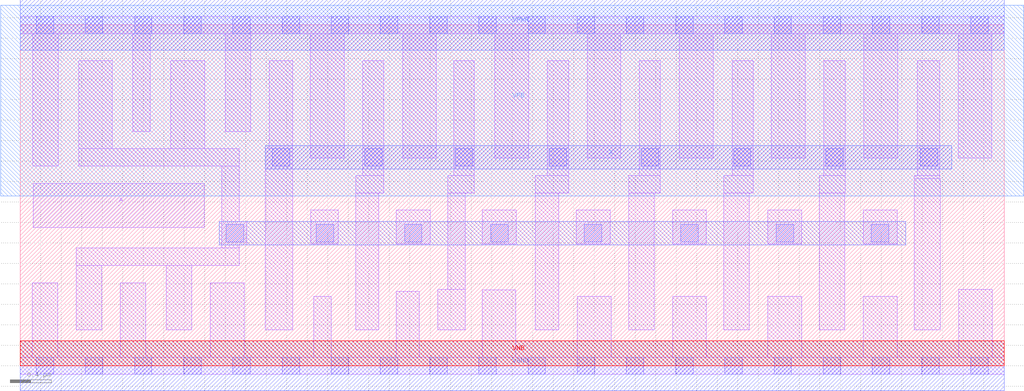
<source format=lef>
# Copyright 2020 The SkyWater PDK Authors
#
# Licensed under the Apache License, Version 2.0 (the "License");
# you may not use this file except in compliance with the License.
# You may obtain a copy of the License at
#
#     https://www.apache.org/licenses/LICENSE-2.0
#
# Unless required by applicable law or agreed to in writing, software
# distributed under the License is distributed on an "AS IS" BASIS,
# WITHOUT WARRANTIES OR CONDITIONS OF ANY KIND, either express or implied.
# See the License for the specific language governing permissions and
# limitations under the License.
#
# SPDX-License-Identifier: Apache-2.0

VERSION 5.7 ;
  NOWIREEXTENSIONATPIN ON ;
  DIVIDERCHAR "/" ;
  BUSBITCHARS "[]" ;
MACRO sky130_fd_sc_ms__clkbuf_16
  CLASS CORE ;
  FOREIGN sky130_fd_sc_ms__clkbuf_16 ;
  ORIGIN  0.000000  0.000000 ;
  SIZE  9.600000 BY  3.330000 ;
  SYMMETRY X Y ;
  SITE unit ;
  PIN A
    ANTENNAGATEAREA  1.058400 ;
    DIRECTION INPUT ;
    USE SIGNAL ;
    PORT
      LAYER li1 ;
        RECT 0.125000 1.350000 1.795000 1.780000 ;
    END
  END A
  PIN X
    ANTENNADIFFAREA  3.360000 ;
    DIRECTION OUTPUT ;
    USE SIGNAL ;
    PORT
      LAYER met1 ;
        RECT 2.390000 1.920000 9.090000 2.150000 ;
    END
  END X
  PIN VGND
    DIRECTION INOUT ;
    USE GROUND ;
    PORT
      LAYER met1 ;
        RECT 0.000000 -0.245000 9.600000 0.245000 ;
    END
  END VGND
  PIN VNB
    DIRECTION INOUT ;
    USE GROUND ;
    PORT
      LAYER pwell ;
        RECT 0.000000 0.000000 9.600000 0.245000 ;
    END
  END VNB
  PIN VPB
    DIRECTION INOUT ;
    USE POWER ;
    PORT
      LAYER nwell ;
        RECT -0.190000 1.660000 9.790000 3.520000 ;
    END
  END VPB
  PIN VPWR
    DIRECTION INOUT ;
    USE POWER ;
    PORT
      LAYER met1 ;
        RECT 0.000000 3.085000 9.600000 3.575000 ;
    END
  END VPWR
  OBS
    LAYER li1 ;
      RECT 0.000000 -0.085000 9.600000 0.085000 ;
      RECT 0.000000  3.245000 9.600000 3.415000 ;
      RECT 0.115000  0.085000 0.365000 0.810000 ;
      RECT 0.120000  1.950000 0.370000 3.245000 ;
      RECT 0.545000  0.350000 0.795000 0.980000 ;
      RECT 0.545000  0.980000 2.135000 1.150000 ;
      RECT 0.570000  1.950000 2.135000 2.120000 ;
      RECT 0.570000  2.120000 0.900000 2.980000 ;
      RECT 0.975000  0.085000 1.225000 0.810000 ;
      RECT 1.100000  2.290000 1.270000 3.245000 ;
      RECT 1.425000  0.350000 1.675000 0.980000 ;
      RECT 1.470000  2.120000 1.800000 2.980000 ;
      RECT 1.855000  0.085000 2.185000 0.810000 ;
      RECT 1.965000  1.150000 2.135000 1.180000 ;
      RECT 1.965000  1.180000 2.210000 1.410000 ;
      RECT 1.965000  1.410000 2.135000 1.950000 ;
      RECT 2.000000  2.290000 2.250000 3.245000 ;
      RECT 2.390000  0.350000 2.660000 2.120000 ;
      RECT 2.430000  2.120000 2.660000 2.980000 ;
      RECT 2.830000  2.030000 3.160000 3.245000 ;
      RECT 2.835000  1.190000 3.105000 1.520000 ;
      RECT 2.865000  0.085000 3.035000 0.680000 ;
      RECT 3.275000  0.350000 3.500000 1.690000 ;
      RECT 3.275000  1.690000 3.545000 1.860000 ;
      RECT 3.340000  1.860000 3.545000 2.980000 ;
      RECT 3.670000  0.085000 3.895000 0.725000 ;
      RECT 3.670000  1.190000 4.000000 1.520000 ;
      RECT 3.730000  2.030000 4.060000 3.245000 ;
      RECT 4.075000  0.350000 4.340000 0.745000 ;
      RECT 4.170000  0.745000 4.340000 1.690000 ;
      RECT 4.170000  1.690000 4.430000 1.860000 ;
      RECT 4.230000  1.860000 4.430000 2.980000 ;
      RECT 4.510000  0.085000 4.835000 0.740000 ;
      RECT 4.510000  1.190000 4.840000 1.520000 ;
      RECT 4.630000  2.030000 4.960000 3.245000 ;
      RECT 5.025000  0.350000 5.255000 1.690000 ;
      RECT 5.025000  1.690000 5.350000 1.860000 ;
      RECT 5.140000  1.860000 5.350000 2.980000 ;
      RECT 5.425000  1.190000 5.755000 1.520000 ;
      RECT 5.435000  0.085000 5.765000 0.680000 ;
      RECT 5.530000  2.030000 5.860000 3.245000 ;
      RECT 5.935000  0.350000 6.185000 1.690000 ;
      RECT 5.935000  1.690000 6.245000 1.860000 ;
      RECT 6.040000  1.860000 6.245000 2.980000 ;
      RECT 6.365000  0.085000 6.695000 0.680000 ;
      RECT 6.365000  1.190000 6.695000 1.520000 ;
      RECT 6.430000  2.030000 6.760000 3.245000 ;
      RECT 6.865000  0.350000 7.115000 1.690000 ;
      RECT 6.865000  1.690000 7.150000 1.860000 ;
      RECT 6.945000  1.860000 7.150000 2.980000 ;
      RECT 7.295000  0.085000 7.625000 0.680000 ;
      RECT 7.295000  1.190000 7.625000 1.520000 ;
      RECT 7.330000  2.030000 7.660000 3.245000 ;
      RECT 7.795000  0.350000 8.045000 1.690000 ;
      RECT 7.795000  1.690000 8.050000 1.860000 ;
      RECT 7.840000  1.860000 8.050000 2.980000 ;
      RECT 8.225000  0.085000 8.555000 0.680000 ;
      RECT 8.225000  1.190000 8.555000 1.520000 ;
      RECT 8.230000  2.030000 8.560000 3.245000 ;
      RECT 8.725000  0.350000 8.975000 1.830000 ;
      RECT 8.725000  1.830000 8.970000 1.860000 ;
      RECT 8.750000  1.860000 8.970000 2.980000 ;
      RECT 9.150000  2.030000 9.480000 3.245000 ;
      RECT 9.155000  0.085000 9.485000 0.745000 ;
    LAYER mcon ;
      RECT 0.155000 -0.085000 0.325000 0.085000 ;
      RECT 0.155000  3.245000 0.325000 3.415000 ;
      RECT 0.635000 -0.085000 0.805000 0.085000 ;
      RECT 0.635000  3.245000 0.805000 3.415000 ;
      RECT 1.115000 -0.085000 1.285000 0.085000 ;
      RECT 1.115000  3.245000 1.285000 3.415000 ;
      RECT 1.595000 -0.085000 1.765000 0.085000 ;
      RECT 1.595000  3.245000 1.765000 3.415000 ;
      RECT 2.010000  1.210000 2.180000 1.380000 ;
      RECT 2.075000 -0.085000 2.245000 0.085000 ;
      RECT 2.075000  3.245000 2.245000 3.415000 ;
      RECT 2.460000  1.950000 2.630000 2.120000 ;
      RECT 2.555000 -0.085000 2.725000 0.085000 ;
      RECT 2.555000  3.245000 2.725000 3.415000 ;
      RECT 2.890000  1.210000 3.060000 1.380000 ;
      RECT 3.035000 -0.085000 3.205000 0.085000 ;
      RECT 3.035000  3.245000 3.205000 3.415000 ;
      RECT 3.360000  1.950000 3.530000 2.120000 ;
      RECT 3.515000 -0.085000 3.685000 0.085000 ;
      RECT 3.515000  3.245000 3.685000 3.415000 ;
      RECT 3.750000  1.210000 3.920000 1.380000 ;
      RECT 3.995000 -0.085000 4.165000 0.085000 ;
      RECT 3.995000  3.245000 4.165000 3.415000 ;
      RECT 4.245000  1.950000 4.415000 2.120000 ;
      RECT 4.475000 -0.085000 4.645000 0.085000 ;
      RECT 4.475000  3.245000 4.645000 3.415000 ;
      RECT 4.590000  1.210000 4.760000 1.380000 ;
      RECT 4.955000 -0.085000 5.125000 0.085000 ;
      RECT 4.955000  3.245000 5.125000 3.415000 ;
      RECT 5.160000  1.950000 5.330000 2.120000 ;
      RECT 5.435000 -0.085000 5.605000 0.085000 ;
      RECT 5.435000  3.245000 5.605000 3.415000 ;
      RECT 5.505000  1.210000 5.675000 1.380000 ;
      RECT 5.915000 -0.085000 6.085000 0.085000 ;
      RECT 5.915000  3.245000 6.085000 3.415000 ;
      RECT 6.060000  1.950000 6.230000 2.120000 ;
      RECT 6.395000 -0.085000 6.565000 0.085000 ;
      RECT 6.395000  3.245000 6.565000 3.415000 ;
      RECT 6.445000  1.210000 6.615000 1.380000 ;
      RECT 6.875000 -0.085000 7.045000 0.085000 ;
      RECT 6.875000  3.245000 7.045000 3.415000 ;
      RECT 6.960000  1.950000 7.130000 2.120000 ;
      RECT 7.355000 -0.085000 7.525000 0.085000 ;
      RECT 7.355000  3.245000 7.525000 3.415000 ;
      RECT 7.375000  1.210000 7.545000 1.380000 ;
      RECT 7.835000 -0.085000 8.005000 0.085000 ;
      RECT 7.835000  3.245000 8.005000 3.415000 ;
      RECT 7.860000  1.950000 8.030000 2.120000 ;
      RECT 8.305000  1.210000 8.475000 1.380000 ;
      RECT 8.315000 -0.085000 8.485000 0.085000 ;
      RECT 8.315000  3.245000 8.485000 3.415000 ;
      RECT 8.780000  1.950000 8.950000 2.120000 ;
      RECT 8.795000 -0.085000 8.965000 0.085000 ;
      RECT 8.795000  3.245000 8.965000 3.415000 ;
      RECT 9.275000 -0.085000 9.445000 0.085000 ;
      RECT 9.275000  3.245000 9.445000 3.415000 ;
    LAYER met1 ;
      RECT 1.940000 1.180000 8.640000 1.410000 ;
  END
END sky130_fd_sc_ms__clkbuf_16
END LIBRARY

</source>
